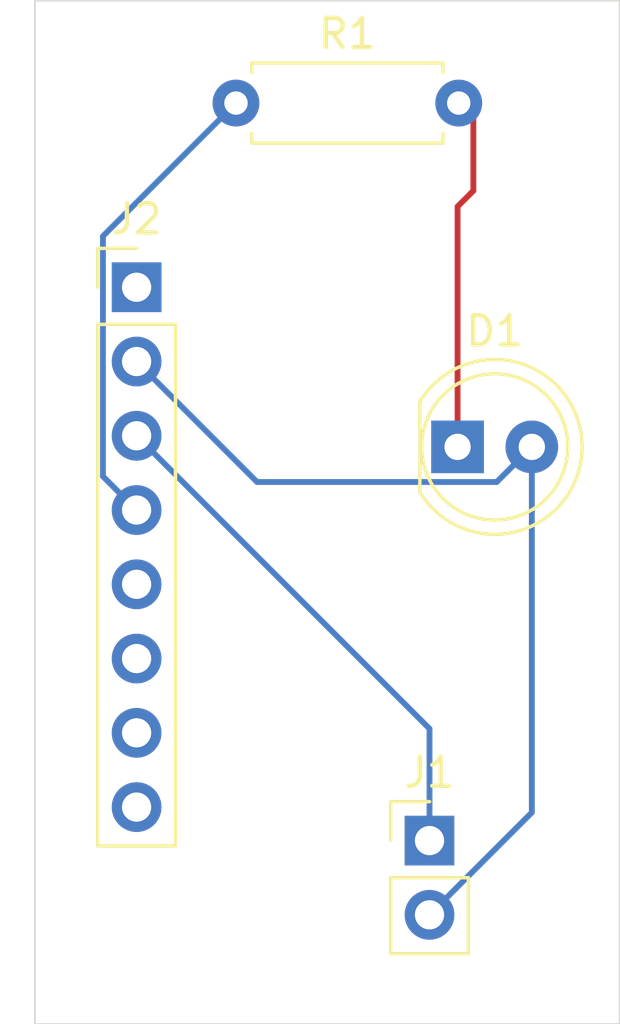
<source format=kicad_pcb>
(kicad_pcb (version 20241229) (generator "pcbnew") (generator_version "9.0")
  (layers (0 "F.Cu" signal) (2 "B.Cu" signal) (13 "F.Paste" user) (15 "B.Paste" user) (5 "F.SilkS" user "F.Silkscreen") (7 "B.SilkS" user "B.Silkscreen") (1 "F.Mask" user) (3 "B.Mask" user) (25 "Edge.Cuts" user))
  (net 0 "")
  (net 1 "/GND")
  (net 2 "Net-(D1-K)")
  (net 3 "/Sensor_Signal")
  (net 4 "/LED_Control")
  (net 5 "VCC")
  (footprint "Resistor_THT:R_Axial_DIN0207_L6.3mm_D2.5mm_P7.62mm_Horizontal" (layer "F.Cu") (at 137.88 82)
    (property "Reference" "R1" (at 3.81 -2.37 0) (layer "F.SilkS"))
    (property "Value" "R")
    (fp_line (start 0.54 -1.37) (end 7.08 -1.37) (stroke (width 0.12)) (layer "F.SilkS"))
    (fp_line (start 0.54 -1.04) (end 0.54 -1.37) (stroke (width 0.12)) (layer "F.SilkS"))
    (fp_line (start 0.54 1.04) (end 0.54 1.37) (stroke (width 0.12)) (layer "F.SilkS"))
    (fp_line (start 0.54 1.37) (end 7.08 1.37) (stroke (width 0.12)) (layer "F.SilkS"))
    (fp_line (start 7.08 -1.37) (end 7.08 -1.04) (stroke (width 0.12)) (layer "F.SilkS"))
    (fp_line (start 7.08 1.37) (end 7.08 1.04) (stroke (width 0.12)) (layer "F.SilkS"))
    (pad "1" thru_hole circle (at 0 0) (size 1.6 1.6) (drill 0.8) (layers "*.Cu" "*.Mask") (net 4 "/LED_Control"))
    (pad "2" thru_hole oval (at 7.62 0) (size 1.6 1.6) (drill 0.8) (layers "*.Cu" "*.Mask") (net 2 "Net-(D1-K)"))
  )
  (footprint "Connector_PinHeader_2.54mm:PinHeader_1x02_P2.54mm_Vertical" (layer "F.Cu") (at 144.5 107.225)
    (property "Reference" "J1" (at 0 -2.33 0) (layer "F.SilkS"))
    (property "Value" "Conn_02x01")
    (fp_line (start -1.33 -1.33) (end 0 -1.33) (stroke (width 0.12)) (layer "F.SilkS"))
    (fp_line (start -1.33 0) (end -1.33 -1.33) (stroke (width 0.12)) (layer "F.SilkS"))
    (fp_line (start -1.33 1.27) (end -1.33 3.87) (stroke (width 0.12)) (layer "F.SilkS"))
    (fp_line (start -1.33 1.27) (end 1.33 1.27) (stroke (width 0.12)) (layer "F.SilkS"))
    (fp_line (start -1.33 3.87) (end 1.33 3.87) (stroke (width 0.12)) (layer "F.SilkS"))
    (fp_line (start 1.33 1.27) (end 1.33 3.87) (stroke (width 0.12)) (layer "F.SilkS"))
    (pad "1" thru_hole rect (at 0 0) (size 1.7 1.7) (drill 1) (layers "*.Cu" "*.Mask") (net 3 "/Sensor_Signal"))
    (pad "2" thru_hole oval (at 0 2.54) (size 1.7 1.7) (drill 1) (layers "*.Cu" "*.Mask") (net 1 "/GND"))
  )
  (footprint "Connector_PinHeader_2.54mm:PinHeader_1x08_P2.54mm_Vertical" (layer "F.Cu") (at 134.48 88.3)
    (property "Reference" "J2" (at 0 -2.33 0) (layer "F.SilkS"))
    (property "Value" "Conn_01x08")
    (fp_line (start -1.33 -1.33) (end 0 -1.33) (stroke (width 0.12)) (layer "F.SilkS"))
    (fp_line (start -1.33 0) (end -1.33 -1.33) (stroke (width 0.12)) (layer "F.SilkS"))
    (fp_line (start -1.33 1.27) (end -1.33 19.11) (stroke (width 0.12)) (layer "F.SilkS"))
    (fp_line (start -1.33 1.27) (end 1.33 1.27) (stroke (width 0.12)) (layer "F.SilkS"))
    (fp_line (start -1.33 19.11) (end 1.33 19.11) (stroke (width 0.12)) (layer "F.SilkS"))
    (fp_line (start 1.33 1.27) (end 1.33 19.11) (stroke (width 0.12)) (layer "F.SilkS"))
    (pad "1" thru_hole rect (at 0 0) (size 1.7 1.7) (drill 1) (layers "*.Cu" "*.Mask") (net 5 "VCC"))
    (pad "2" thru_hole oval (at 0 2.54) (size 1.7 1.7) (drill 1) (layers "*.Cu" "*.Mask") (net 1 "/GND"))
    (pad "3" thru_hole oval (at 0 5.08) (size 1.7 1.7) (drill 1) (layers "*.Cu" "*.Mask") (net 3 "/Sensor_Signal"))
    (pad "4" thru_hole oval (at 0 7.62) (size 1.7 1.7) (drill 1) (layers "*.Cu" "*.Mask") (net 4 "/LED_Control"))
    (pad "5" thru_hole oval (at 0 10.16) (size 1.7 1.7) (drill 1) (layers "*.Cu" "*.Mask"))
    (pad "6" thru_hole oval (at 0 12.7) (size 1.7 1.7) (drill 1) (layers "*.Cu" "*.Mask"))
    (pad "7" thru_hole oval (at 0 15.24) (size 1.7 1.7) (drill 1) (layers "*.Cu" "*.Mask"))
    (pad "8" thru_hole oval (at 0 17.78) (size 1.7 1.7) (drill 1) (layers "*.Cu" "*.Mask"))
  )
  (footprint "LED_THT:LED_D5.0mm" (layer "F.Cu") (at 145.46 93.76)
    (property "Reference" "D1" (at 1.27 -3.96 0) (layer "F.SilkS"))
    (property "Value" "LED")
    (fp_line (start -1.29 -1.545) (end -1.29 1.545) (stroke (width 0.12)) (layer "F.SilkS"))
    (fp_arc (start -1.29 -1.54483) (mid 2.071756 -2.880501) (end 4.26 -0.000048) (stroke (width 0.12)) (layer "F.SilkS"))
    (fp_arc (start 4.26 0.000048) (mid 2.071756 2.880501) (end -1.29 1.54483) (stroke (width 0.12)) (layer "F.SilkS"))
    (fp_circle (center 1.27 0) (end 3.77 0) (stroke (width 0.12)) (fill no) (layer "F.SilkS"))
    (pad "1" thru_hole rect (at 0 0) (size 1.8 1.8) (drill 0.9) (layers "*.Cu" "*.Mask") (net 2 "Net-(D1-K)"))
    (pad "2" thru_hole circle (at 2.54 0) (size 1.8 1.8) (drill 0.9) (layers "*.Cu" "*.Mask") (net 1 "/GND"))
  )
  (gr_rect (start 131 78.5) (end 151 113.5) (stroke (width 0.05)) (fill no) (layer "Edge.Cuts"))
  (segment (start 135 91) (end 134.5 91) (width 0.2) (layer "F.Cu") (net 1))
  (segment (start 134.48 90.84) (end 134.84 90.84) (width 0.2) (layer "F.Cu") (net 1))
  (segment (start 134.84 90.84) (end 135 91) (width 0.2) (layer "F.Cu") (net 1))
  (segment (start 146.799 94.961) (end 138.601 94.961) (width 0.2) (layer "B.Cu") (net 1))
  (segment (start 138.601 94.961) (end 134.48 90.84) (width 0.2) (layer "B.Cu") (net 1))
  (segment (start 148 93.76) (end 146.799 94.961) (width 0.2) (layer "B.Cu") (net 1))
  (segment (start 148 93.76) (end 148 106.265) (width 0.2) (layer "B.Cu") (net 1))
  (segment (start 148 106.265) (end 144.5 109.765) (width 0.2) (layer "B.Cu") (net 1))
  (segment (start 145.46 85.54) (end 146 85) (width 0.2) (layer "F.Cu") (net 2))
  (segment (start 146 85) (end 146 82.5) (width 0.2) (layer "F.Cu") (net 2))
  (segment (start 146 82.5) (end 145.5 82) (width 0.2) (layer "F.Cu") (net 2))
  (segment (start 145.46 93.76) (end 145.46 93.96) (width 0.2) (layer "F.Cu") (net 2))
  (segment (start 145.46 93.76) (end 145.46 85.54) (width 0.2) (layer "F.Cu") (net 2))
  (segment (start 145.46 93.96) (end 145.5 94) (width 0.2) (layer "F.Cu") (net 2))
  (segment (start 145.5 82) (end 145.5 81.5) (width 0.2) (layer "B.Cu") (net 2))
  (segment (start 144.5 103.4) (end 144.5 107.225) (width 0.2) (layer "B.Cu") (net 3))
  (segment (start 134.48 93.38) (end 144.5 103.4) (width 0.2) (layer "B.Cu") (net 3))
  (segment (start 137.88 82) (end 138 82) (width 0.2) (layer "F.Cu") (net 4))
  (segment (start 137.88 82.38) (end 137.88 82) (width 0.2) (layer "F.Cu") (net 4))
  (segment (start 137.88 82.38) (end 138 82.5) (width 0.2) (layer "F.Cu") (net 4))
  (segment (start 133.329 94.769) (end 133.329 86.551) (width 0.2) (layer "B.Cu") (net 4))
  (segment (start 133.329 86.551) (end 137.88 82) (width 0.2) (layer "B.Cu") (net 4))
  (segment (start 134.48 95.92) (end 133.329 94.769) (width 0.2) (layer "B.Cu") (net 4))
  (segment (start 134.48 88.48) (end 134.48 88.3) (width 0.2) (layer "F.Cu") (net 5))
  (segment (start 134.48 88.48) (end 134.5 88.5) (width 0.2) (layer "F.Cu") (net 5))
)
</source>
